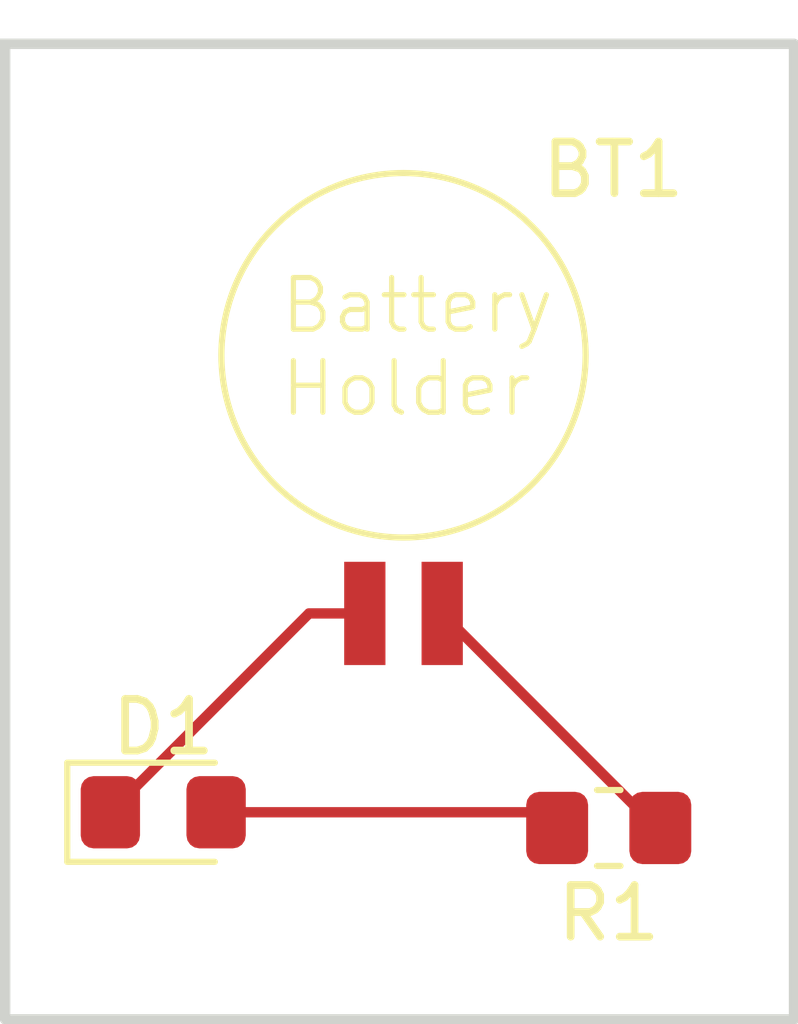
<source format=kicad_pcb>
(kicad_pcb (version 20240108) (generator "pcbnew") (generator_version "8.0")
  (layers (0 "F.Cu" signal) (31 "B.Cu" signal) (34 "B.Paste" user) (35 "F.Paste" user) (36 "B.SilkS" user "B.Silkscreen") (37 "F.SilkS" user "F.Silkscreen") (38 "B.Mask" user) (39 "F.Mask" user) (44 "Edge.Cuts" user))
  (net 0 "")
  (net 1 "Net-(BT1--)")
  (net 2 "Net-(BT1-+)")
  (net 3 "Net-(D1-A)")
  (footprint "Resistor_SMD:R_0805_2012Metric_Pad1.20x1.40mm_HandSolder" (layer "F.Cu") (at 82.7184 32.8168 180)
    (property "Reference" "R1" (at 0 -1.65 180) (layer "F.SilkS"))
    (property "Value" "R")
    (fp_line (start -0.227064 0.735) (end 0.227064 0.735) (stroke (width 0.12)) (layer "F.SilkS"))
    (fp_line (start -0.227064 -0.735) (end 0.227064 -0.735) (stroke (width 0.12)) (layer "F.SilkS"))
    (pad "1" smd roundrect (at -1 0 180) (size 1.2 1.4) (layers "F.Cu" "F.Paste" "F.Mask") (roundrect_rratio 0.208333) (net 2 "Net-(BT1-+)"))
    (pad "2" smd roundrect (at 1 0 180) (size 1.2 1.4) (layers "F.Cu" "F.Paste" "F.Mask") (roundrect_rratio 0.208333) (net 3 "Net-(D1-A)"))
  )
  (footprint "Battery:BatteryHolder_Seiko_MS621F" (layer "F.Cu") (at 78.74 28.660902 -90)
    (property "Reference" "BT1" (at -8.594902 -4.064 180) (layer "F.SilkS"))
    (property "Value" "Battery_Cell")
    (fp_circle (center -5 0) (end -1.47 0) (stroke (width 0.12)) (fill none) (layer "F.SilkS"))
    (pad "1" smd rect (at 0 -0.75 270) (size 2 0.8) (layers "F.Cu" "F.Paste" "F.Mask") (net 2 "Net-(BT1-+)"))
    (pad "2" smd rect (at 0 0.75 270) (size 2 0.8) (layers "F.Cu" "F.Paste" "F.Mask") (net 1 "Net-(BT1--)"))
  )
  (footprint "Diode_SMD:D_0805_2012Metric_Pad1.15x1.40mm_HandSolder" (layer "F.Cu") (at 74.082396 32.512396)
    (property "Reference" "D1" (at 0 -1.65 0) (layer "F.SilkS"))
    (property "Value" "D")
    (fp_line (start -1.86 -0.96) (end -1.86 0.96) (stroke (width 0.12)) (layer "F.SilkS"))
    (fp_line (start -1.86 0.96) (end 1 0.96) (stroke (width 0.12)) (layer "F.SilkS"))
    (fp_line (start 1 -0.96) (end -1.86 -0.96) (stroke (width 0.12)) (layer "F.SilkS"))
    (pad "1" smd roundrect (at -1.025 0) (size 1.15 1.4) (layers "F.Cu" "F.Paste" "F.Mask") (roundrect_rratio 0.217391) (net 1 "Net-(BT1--)"))
    (pad "2" smd roundrect (at 1.025 0) (size 1.15 1.4) (layers "F.Cu" "F.Paste" "F.Mask") (roundrect_rratio 0.217391) (net 3 "Net-(D1-A)"))
  )
  (gr_rect (start 71.0184 17.6276) (end 86.3092 36.5252) (stroke (width 0.2)) (fill none) (layer "Edge.Cuts"))
  (gr_text "Battery \nHolder" (at 76.3016 24.892 0) (layer "F.SilkS") (effects (font (size 1 1) (thickness 0.1)) (justify left bottom)))
  (segment (start 77.99 28.660902) (end 76.90889 28.660902) (width 0.2) (layer "F.Cu") (net 1))
  (segment (start 76.90889 28.660902) (end 73.057396 32.512396) (width 0.2) (layer "F.Cu") (net 1))
  (segment (start 83.645898 32.8168) (end 79.49 28.660902) (width 0.2) (layer "F.Cu") (net 2))
  (segment (start 83.7184 32.8168) (end 83.645898 32.8168) (width 0.2) (layer "F.Cu") (net 2))
  (segment (start 75.107396 32.512396) (end 81.413996 32.512396) (width 0.2) (layer "F.Cu") (net 3))
  (segment (start 81.413996 32.512396) (end 81.7184 32.8168) (width 0.2) (layer "F.Cu") (net 3))
)
</source>
